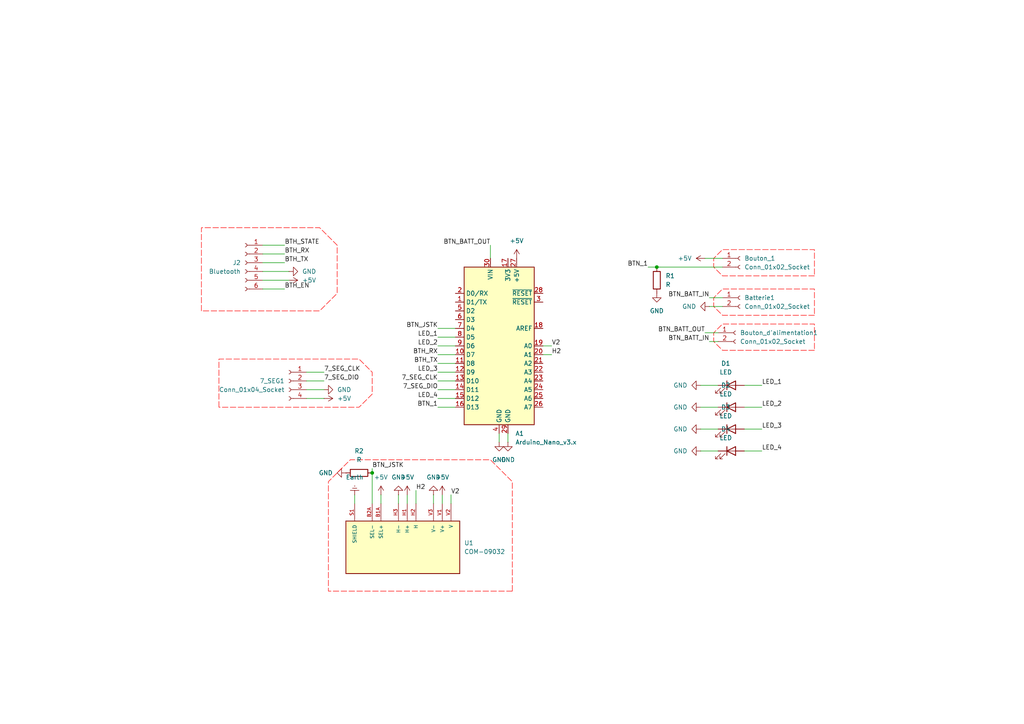
<source format=kicad_sch>
(kicad_sch (version 20250114) (generator "eeschema") (generator_version "9.0")
  (paper "A4")
  (lib_symbols
    (symbol "COM-09032:COM-09032" (pin_names (offset 1.016))
      (property "Reference" "U" (at -7.62 16.002 0))
      (property "Value" "COM-09032" (at -7.62 -20.32 0))
      (symbol "COM-09032_0_0"
        (rectangle (start -7.62 -17.78) (end 7.62 15.24) (stroke (width 0.254)) (fill (type background)))
        (pin passive line (at -12.7 12.7 0) (length 5.08) (name "V") (number "V2"))
        (pin passive line (at -12.7 10.16 0) (length 5.08) (name "V+") (number "V1"))
        (pin passive line (at -12.7 7.62 0) (length 5.08) (name "V-") (number "V3"))
        (pin passive line (at -12.7 2.54 0) (length 5.08) (name "H") (number "H2"))
        (pin passive line (at -12.7 0 0) (length 5.08) (name "H+") (number "H1"))
        (pin passive line (at -12.7 -2.54 0) (length 5.08) (name "H-") (number "H3"))
        (pin passive line (at -12.7 -7.62 0) (length 5.08) (name "SEL+") (number "B1A"))
        (pin passive line (at -12.7 -10.16 0) (length 5.08) (name "SEL-") (number "B2A"))
        (pin passive line (at -12.7 -15.24 0) (length 5.08) (name "SHIELD") (number "S1"))
        (pin passive line (at -12.7 -15.24 0) (length 5.08) (hide yes) (name "SHIELD") (number "S2"))
        (pin passive line (at -12.7 -15.24 0) (length 5.08) (hide yes) (name "SHIELD") (number "S3"))
        (pin passive line (at -12.7 -15.24 0) (length 5.08) (hide yes) (name "SHIELD") (number "S4"))
      )
    )
    (symbol "Connector:Conn_01x02_Socket" (pin_names (offset 1.016) (hide yes))
      (property "Reference" "J" (at 0 2.54 0))
      (property "Value" "Conn_01x02_Socket" (at 0 -5.08 0))
      (symbol "Conn_01x02_Socket_1_1"
        (polyline (pts (xy -1.27 0) (xy -0.508 0)) (stroke (width 0.1524)))
        (polyline (pts (xy -1.27 -2.54) (xy -0.508 -2.54)) (stroke (width 0.1524)))
        (arc (start 0 -0.508) (mid -0.5058 0) (end 0 0.508) (stroke (width 0.1524)))
        (arc (start 0 -3.048) (mid -0.5058 -2.54) (end 0 -2.032) (stroke (width 0.1524)))
        (pin passive line (at -5.08 0 0) (length 3.81) (name "Pin_1") (number "1"))
        (pin passive line (at -5.08 -2.54 0) (length 3.81) (name "Pin_2") (number "2"))
      )
    )
    (symbol "Connector:Conn_01x04_Socket" (pin_names (offset 1.016) (hide yes))
      (property "Reference" "J" (at 0 5.08 0))
      (property "Value" "Conn_01x04_Socket" (at 0 -7.62 0))
      (symbol "Conn_01x04_Socket_1_1"
        (polyline (pts (xy -1.27 2.54) (xy -0.508 2.54)) (stroke (width 0.1524)))
        (polyline (pts (xy -1.27 0) (xy -0.508 0)) (stroke (width 0.1524)))
        (polyline (pts (xy -1.27 -2.54) (xy -0.508 -2.54)) (stroke (width 0.1524)))
        (polyline (pts (xy -1.27 -5.08) (xy -0.508 -5.08)) (stroke (width 0.1524)))
        (arc (start 0 2.032) (mid -0.5058 2.54) (end 0 3.048) (stroke (width 0.1524)))
        (arc (start 0 -0.508) (mid -0.5058 0) (end 0 0.508) (stroke (width 0.1524)))
        (arc (start 0 -3.048) (mid -0.5058 -2.54) (end 0 -2.032) (stroke (width 0.1524)))
        (arc (start 0 -5.588) (mid -0.5058 -5.08) (end 0 -4.572) (stroke (width 0.1524)))
        (pin passive line (at -5.08 2.54 0) (length 3.81) (name "Pin_1") (number "1"))
        (pin passive line (at -5.08 0 0) (length 3.81) (name "Pin_2") (number "2"))
        (pin passive line (at -5.08 -2.54 0) (length 3.81) (name "Pin_3") (number "3"))
        (pin passive line (at -5.08 -5.08 0) (length 3.81) (name "Pin_4") (number "4"))
      )
    )
    (symbol "Connector:Conn_01x06_Socket" (pin_names (offset 1.016) (hide yes))
      (property "Reference" "J" (at 0 7.62 0))
      (property "Value" "Conn_01x06_Socket" (at 0 -10.16 0))
      (symbol "Conn_01x06_Socket_1_1"
        (polyline (pts (xy -1.27 5.08) (xy -0.508 5.08)) (stroke (width 0.1524)))
        (polyline (pts (xy -1.27 2.54) (xy -0.508 2.54)) (stroke (width 0.1524)))
        (polyline (pts (xy -1.27 0) (xy -0.508 0)) (stroke (width 0.1524)))
        (polyline (pts (xy -1.27 -2.54) (xy -0.508 -2.54)) (stroke (width 0.1524)))
        (polyline (pts (xy -1.27 -5.08) (xy -0.508 -5.08)) (stroke (width 0.1524)))
        (polyline (pts (xy -1.27 -7.62) (xy -0.508 -7.62)) (stroke (width 0.1524)))
        (arc (start 0 4.572) (mid -0.5058 5.08) (end 0 5.588) (stroke (width 0.1524)))
        (arc (start 0 2.032) (mid -0.5058 2.54) (end 0 3.048) (stroke (width 0.1524)))
        (arc (start 0 -0.508) (mid -0.5058 0) (end 0 0.508) (stroke (width 0.1524)))
        (arc (start 0 -3.048) (mid -0.5058 -2.54) (end 0 -2.032) (stroke (width 0.1524)))
        (arc (start 0 -5.588) (mid -0.5058 -5.08) (end 0 -4.572) (stroke (width 0.1524)))
        (arc (start 0 -8.128) (mid -0.5058 -7.62) (end 0 -7.112) (stroke (width 0.1524)))
        (pin passive line (at -5.08 5.08 0) (length 3.81) (name "Pin_1") (number "1"))
        (pin passive line (at -5.08 2.54 0) (length 3.81) (name "Pin_2") (number "2"))
        (pin passive line (at -5.08 0 0) (length 3.81) (name "Pin_3") (number "3"))
        (pin passive line (at -5.08 -2.54 0) (length 3.81) (name "Pin_4") (number "4"))
        (pin passive line (at -5.08 -5.08 0) (length 3.81) (name "Pin_5") (number "5"))
        (pin passive line (at -5.08 -7.62 0) (length 3.81) (name "Pin_6") (number "6"))
      )
    )
    (symbol "Device:LED" (pin_numbers (hide yes)) (pin_names (offset 1.016) (hide yes))
      (property "Reference" "D" (at 0 2.54 0))
      (property "Value" "LED" (at 0 -2.54 0))
      (symbol "LED_0_1"
        (polyline (pts (xy -3.048 -0.762) (xy -4.572 -2.286) (xy -3.81 -2.286) (xy -4.572 -2.286) (xy -4.572 -1.524)))
        (polyline (pts (xy -1.778 -0.762) (xy -3.302 -2.286) (xy -2.54 -2.286) (xy -3.302 -2.286) (xy -3.302 -1.524)))
        (polyline (pts (xy -1.27 0) (xy 1.27 0)))
        (polyline (pts (xy -1.27 -1.27) (xy -1.27 1.27)) (stroke (width 0.254)))
        (polyline (pts (xy 1.27 -1.27) (xy 1.27 1.27) (xy -1.27 0) (xy 1.27 -1.27)) (stroke (width 0.254)))
      )
      (symbol "LED_1_1"
        (pin passive line (at -3.81 0 0) (length 2.54) (name "K") (number "1"))
        (pin passive line (at 3.81 0 180) (length 2.54) (name "A") (number "2"))
      )
    )
    (symbol "Device:R" (pin_numbers (hide yes)) (pin_names (offset 0))
      (property "Reference" "R" (at 2.032 0 90))
      (property "Value" "R" (at 0 0 90))
      (symbol "R_0_1"
        (rectangle (start -1.016 -2.54) (end 1.016 2.54) (stroke (width 0.254)))
      )
      (symbol "R_1_1"
        (pin passive line (at 0 3.81 270) (length 1.27) (name "~") (number "1"))
        (pin passive line (at 0 -3.81 90) (length 1.27) (name "~") (number "2"))
      )
    )
    (symbol "LED_1" (pin_numbers (hide yes)) (pin_names (offset 1.016) (hide yes))
      (property "Reference" "D" (at 0 2.54 0))
      (property "Value" "LED" (at 0 -2.54 0))
      (symbol "LED_1_0_1"
        (polyline (pts (xy -3.048 -0.762) (xy -4.572 -2.286) (xy -3.81 -2.286) (xy -4.572 -2.286) (xy -4.572 -1.524)))
        (polyline (pts (xy -1.778 -0.762) (xy -3.302 -2.286) (xy -2.54 -2.286) (xy -3.302 -2.286) (xy -3.302 -1.524)))
        (polyline (pts (xy -1.27 0) (xy 1.27 0)))
        (polyline (pts (xy -1.27 -1.27) (xy -1.27 1.27)) (stroke (width 0.254)))
        (polyline (pts (xy 1.27 -1.27) (xy 1.27 1.27) (xy -1.27 0) (xy 1.27 -1.27)) (stroke (width 0.254)))
      )
      (symbol "LED_1_1_1"
        (pin passive line (at -3.81 0 0) (length 2.54) (name "K") (number "1"))
        (pin passive line (at 3.81 0 180) (length 2.54) (name "A") (number "2"))
      )
    )
    (symbol "MCU_Module:Arduino_Nano_v3.x"
      (property "Reference" "A" (at -10.16 23.495 0))
      (property "Value" "Arduino_Nano_v3.x" (at 5.08 -24.13 0))
      (symbol "Arduino_Nano_v3.x_0_1"
        (rectangle (start -10.16 22.86) (end 10.16 -22.86) (stroke (width 0.254)) (fill (type background)))
      )
      (symbol "Arduino_Nano_v3.x_1_1"
        (pin bidirectional line (at -12.7 15.24 0) (length 2.54) (name "D0/RX") (number "2"))
        (pin bidirectional line (at -12.7 12.7 0) (length 2.54) (name "D1/TX") (number "1"))
        (pin bidirectional line (at -12.7 10.16 0) (length 2.54) (name "D2") (number "5"))
        (pin bidirectional line (at -12.7 7.62 0) (length 2.54) (name "D3") (number "6"))
        (pin bidirectional line (at -12.7 5.08 0) (length 2.54) (name "D4") (number "7"))
        (pin bidirectional line (at -12.7 2.54 0) (length 2.54) (name "D5") (number "8"))
        (pin bidirectional line (at -12.7 0 0) (length 2.54) (name "D6") (number "9"))
        (pin bidirectional line (at -12.7 -2.54 0) (length 2.54) (name "D7") (number "10"))
        (pin bidirectional line (at -12.7 -5.08 0) (length 2.54) (name "D8") (number "11"))
        (pin bidirectional line (at -12.7 -7.62 0) (length 2.54) (name "D9") (number "12"))
        (pin bidirectional line (at -12.7 -10.16 0) (length 2.54) (name "D10") (number "13"))
        (pin bidirectional line (at -12.7 -12.7 0) (length 2.54) (name "D11") (number "14"))
        (pin bidirectional line (at -12.7 -15.24 0) (length 2.54) (name "D12") (number "15"))
        (pin bidirectional line (at -12.7 -17.78 0) (length 2.54) (name "D13") (number "16"))
        (pin power_in line (at -2.54 25.4 270) (length 2.54) (name "VIN") (number "30"))
        (pin power_in line (at 0 -25.4 90) (length 2.54) (name "GND") (number "4"))
        (pin power_out line (at 2.54 25.4 270) (length 2.54) (name "3V3") (number "17"))
        (pin power_in line (at 2.54 -25.4 90) (length 2.54) (name "GND") (number "29"))
        (pin power_out line (at 5.08 25.4 270) (length 2.54) (name "+5V") (number "27"))
        (pin input line (at 12.7 15.24 180) (length 2.54) (name "~{RESET}") (number "28"))
        (pin input line (at 12.7 12.7 180) (length 2.54) (name "~{RESET}") (number "3"))
        (pin input line (at 12.7 5.08 180) (length 2.54) (name "AREF") (number "18"))
        (pin bidirectional line (at 12.7 0 180) (length 2.54) (name "A0") (number "19"))
        (pin bidirectional line (at 12.7 -2.54 180) (length 2.54) (name "A1") (number "20"))
        (pin bidirectional line (at 12.7 -5.08 180) (length 2.54) (name "A2") (number "21"))
        (pin bidirectional line (at 12.7 -7.62 180) (length 2.54) (name "A3") (number "22"))
        (pin bidirectional line (at 12.7 -10.16 180) (length 2.54) (name "A4") (number "23"))
        (pin bidirectional line (at 12.7 -12.7 180) (length 2.54) (name "A5") (number "24"))
        (pin bidirectional line (at 12.7 -15.24 180) (length 2.54) (name "A6") (number "25"))
        (pin bidirectional line (at 12.7 -17.78 180) (length 2.54) (name "A7") (number "26"))
      )
    )
    (symbol "power:+5V" (power) (pin_numbers (hide yes)) (pin_names (offset 0) (hide yes))
      (property "Value" "+5V" (at 0 3.556 0))
      (symbol "+5V_0_1"
        (polyline (pts (xy -0.762 1.27) (xy 0 2.54)))
        (polyline (pts (xy 0 2.54) (xy 0.762 1.27)))
        (polyline (pts (xy 0 0) (xy 0 2.54)))
      )
      (symbol "+5V_1_1"
        (pin power_in line (at 0 0 90) (length 0) (name "~") (number "1"))
      )
    )
    (symbol "power:Earth" (power) (pin_numbers (hide yes)) (pin_names (offset 0) (hide yes))
      (property "Value" "Earth" (at 0 -3.81 0))
      (symbol "Earth_0_1"
        (polyline (pts (xy -0.635 -1.905) (xy 0.635 -1.905)))
        (polyline (pts (xy -0.127 -2.54) (xy 0.127 -2.54)))
        (polyline (pts (xy 0 -1.27) (xy 0 0)))
        (polyline (pts (xy 1.27 -1.27) (xy -1.27 -1.27)))
      )
      (symbol "Earth_1_1"
        (pin power_in line (at 0 0 270) (length 0) (name "~") (number "1"))
      )
    )
    (symbol "power:GND" (power) (pin_numbers (hide yes)) (pin_names (offset 0) (hide yes))
      (property "Value" "GND" (at 0 -3.81 0))
      (symbol "GND_0_1"
        (polyline (pts (xy 0 0) (xy 0 -1.27) (xy 1.27 -1.27) (xy 0 -2.54) (xy -1.27 -1.27) (xy 0 -1.27)))
      )
      (symbol "GND_1_1"
        (pin power_in line (at 0 0 270) (length 0) (name "~") (number "1"))
      )
    )
  )
  (junction (at 190.5 77.47))
  (junction (at 107.95 137.16))
  (wire (pts (xy 203.2 130.81) (xy 208.28 130.81)))
  (wire (pts (xy 215.9 118.11) (xy 220.98 118.11)))
  (wire (pts (xy 125.73 143.51) (xy 125.73 146.05)))
  (wire (pts (xy 107.95 135.89) (xy 107.95 137.16)))
  (wire (pts (xy 76.2 73.66) (xy 82.55 73.66)))
  (wire (pts (xy 88.9 113.03) (xy 93.98 113.03)))
  (wire (pts (xy 76.2 76.2) (xy 82.55 76.2)))
  (wire (pts (xy 127 102.87) (xy 132.08 102.87)))
  (wire (pts (xy 88.9 110.49) (xy 93.98 110.49)))
  (wire (pts (xy 127 115.57) (xy 132.08 115.57)))
  (wire (pts (xy 127 107.95) (xy 132.08 107.95)))
  (wire (pts (xy 88.9 107.95) (xy 93.98 107.95)))
  (wire (pts (xy 204.47 96.52) (xy 208.28 96.52)))
  (wire (pts (xy 190.5 77.47) (xy 209.55 77.47)))
  (wire (pts (xy 203.2 124.46) (xy 208.28 124.46)))
  (wire (pts (xy 127 95.25) (xy 132.08 95.25)))
  (wire (pts (xy 127 105.41) (xy 132.08 105.41)))
  (wire (pts (xy 128.27 143.51) (xy 128.27 146.05)))
  (wire (pts (xy 127 100.33) (xy 132.08 100.33)))
  (wire (pts (xy 144.78 125.73) (xy 144.78 128.27)))
  (wire (pts (xy 110.49 143.51) (xy 110.49 146.05)))
  (wire (pts (xy 102.87 143.51) (xy 102.87 146.05)))
  (wire (pts (xy 204.47 74.93) (xy 209.55 74.93)))
  (wire (pts (xy 118.11 143.51) (xy 118.11 146.05)))
  (wire (pts (xy 215.9 130.81) (xy 220.98 130.81)))
  (wire (pts (xy 127 113.03) (xy 132.08 113.03)))
  (wire (pts (xy 115.57 143.51) (xy 115.57 146.05)))
  (wire (pts (xy 127 118.11) (xy 132.08 118.11)))
  (wire (pts (xy 203.2 111.76) (xy 208.28 111.76)))
  (wire (pts (xy 76.2 83.82) (xy 82.55 83.82)))
  (wire (pts (xy 187.96 77.47) (xy 190.5 77.47)))
  (wire (pts (xy 147.32 125.73) (xy 147.32 128.27)))
  (wire (pts (xy 107.95 137.16) (xy 107.95 146.05)))
  (wire (pts (xy 120.65 142.24) (xy 120.65 146.05)))
  (wire (pts (xy 130.81 143.51) (xy 130.81 146.05)))
  (wire (pts (xy 157.48 100.33) (xy 160.02 100.33)))
  (wire (pts (xy 215.9 111.76) (xy 220.98 111.76)))
  (wire (pts (xy 127 97.79) (xy 132.08 97.79)))
  (wire (pts (xy 157.48 102.87) (xy 160.02 102.87)))
  (wire (pts (xy 205.74 86.36) (xy 209.55 86.36)))
  (wire (pts (xy 88.9 115.57) (xy 93.98 115.57)))
  (wire (pts (xy 76.2 81.28) (xy 83.82 81.28)))
  (wire (pts (xy 127 110.49) (xy 132.08 110.49)))
  (wire (pts (xy 203.2 118.11) (xy 208.28 118.11)))
  (wire (pts (xy 205.74 99.06) (xy 208.28 99.06)))
  (wire (pts (xy 215.9 124.46) (xy 220.98 124.46)))
  (wire (pts (xy 205.74 88.9) (xy 209.55 88.9)))
  (wire (pts (xy 142.24 71.12) (xy 142.24 74.93)))
  (wire (pts (xy 76.2 78.74) (xy 83.82 78.74)))
  (wire (pts (xy 76.2 71.12) (xy 82.55 71.12)))
  (label "BTN_BATT_OUT" (at 204.47 96.52 180))
  (label "LED_4" (at 220.98 130.81 0))
  (label "BTN_BATT_OUT" (at 142.24 71.12 180))
  (label "LED_4" (at 127 115.57 180))
  (label "H2" (at 160.02 102.87 0))
  (label "7_SEG_CLK" (at 93.98 107.95 0))
  (label "H2" (at 120.65 142.24 0))
  (label "LED_2" (at 127 100.33 180))
  (label "7_SEG_DIO" (at 127 113.03 180))
  (label "BTH_TX" (at 82.55 76.2 0))
  (label "LED_3" (at 220.98 124.46 0))
  (label "BTH_EN" (at 82.55 83.82 0))
  (label "BTN_1" (at 127 118.11 180))
  (label "V2" (at 130.81 143.51 0))
  (label "V2" (at 160.02 100.33 0))
  (label "BTH_RX" (at 127 102.87 180))
  (label "BTN_BATT_IN" (at 205.74 86.36 180))
  (label "BTH_STATE" (at 82.55 71.12 0))
  (label "BTN_JSTK" (at 107.95 135.89 0))
  (label "LED_3" (at 127 107.95 180))
  (label "LED_2" (at 220.98 118.11 0))
  (label "7_SEG_DIO" (at 93.98 110.49 0))
  (label "LED_1" (at 220.98 111.76 0))
  (label "BTN_JSTK" (at 127 95.25 180))
  (label "BTN_1" (at 187.96 77.47 180))
  (label "BTH_RX" (at 82.55 73.66 0))
  (label "" (at 107.95 137.16 0))
  (label "BTH_TX" (at 127 105.41 180))
  (label "BTN_BATT_IN" (at 205.74 99.06 180))
  (label "LED_1" (at 127 97.79 180))
  (label "7_SEG_CLK" (at 127 110.49 180))
  (rule_area (polyline (pts (xy 236.22 101.6) (xy 209.55 101.6) (xy 207.01 99.06) (xy 207.01 96.52) (xy 209.55 93.98) (xy 236.22 93.98)) (stroke (width 0) (type dash))))
  (rule_area (polyline (pts (xy 236.22 91.44) (xy 209.55 91.44) (xy 207.01 88.9) (xy 207.01 86.36) (xy 209.55 83.82) (xy 236.22 83.82)) (stroke (width 0) (type dash))))
  (rule_area (polyline (pts (xy 148.59 171.45) (xy 95.25 171.45) (xy 95.25 139.7) (xy 101.6 133.35) (xy 142.24 133.35) (xy 148.59 139.7)) (stroke (width 0) (type dash))))
  (rule_area (polyline (pts (xy 58.42 90.17) (xy 58.42 66.04) (xy 92.71 66.04) (xy 97.79 71.12) (xy 97.79 85.09) (xy 92.71 90.17)) (stroke (width 0) (type dash))))
  (rule_area (polyline (pts (xy 63.5 118.11) (xy 63.5 104.14) (xy 104.14 104.14) (xy 107.95 107.95) (xy 107.95 114.3) (xy 104.14 118.11)) (stroke (width 0) (type dash))))
  (rule_area (polyline (pts (xy 236.22 80.01) (xy 209.55 80.01) (xy 207.01 77.47) (xy 207.01 74.93) (xy 209.55 72.39) (xy 236.22 72.39)) (stroke (width 0) (type dash))))
  (symbol (lib_name "LED_1") (lib_id "Device:LED") (at 212.09 111.76 0) (unit 1)
    (property "Reference" "D1" (at 210.5025 105.41 0))
    (property "Value" "LED" (at 210.5025 107.95 0))
    (property "Footprint" "LED_THT:LED_D5.0mm_Clear" (effects (hide yes)))
    (property "Description" "Light emitting diode" (effects (hide yes)))
    (property "Sim.Pins" "1=K 2=A" (effects (hide yes)))
  )
  (symbol (lib_id "MCU_Module:Arduino_Nano_v3.x") (at 144.78 100.33 0) (unit 1)
    (property "Reference" "A1" (at 149.4633 125.73 0) (effects (justify left)))
    (property "Value" "Arduino_Nano_v3.x" (at 149.4633 128.27 0) (effects (justify left)))
    (property "Footprint" "Module:Arduino_Nano" (effects (hide yes)))
    (property "Datasheet" "http://www.mouser.com/pdfdocs/Gravitech_Arduino_Nano3_0.pdf" (effects (hide yes)))
    (property "Description" "Arduino Nano v3.x" (effects (hide yes)))
  )
  (symbol (lib_id "Connector:Conn_01x06_Socket") (at 71.12 76.2 0) (mirror y) (unit 1)
    (property "Reference" "J2" (at 69.85 76.1999 0) (effects (justify left)))
    (property "Value" "Bluetooth" (at 69.85 78.7399 0) (effects (justify left)))
    (property "Footprint" "Connector_PinSocket_2.54mm:PinSocket_1x06_P2.54mm_Horizontal" (effects (hide yes)))
    (property "Description" "Generic connector, single row, 01x06, script generated" (effects (hide yes)))
  )
  (symbol (lib_id "power:GND") (at 203.2 124.46 270) (unit 1)
    (property "Reference" "#PWR016" (effects (hide yes)))
    (property "Value" "GND" (at 199.39 124.4599 90) (effects (justify right)))
    (property "Description" "Power symbol creates a global label with name \"GND\" , ground" (effects (hide yes)))
  )
  (symbol (lib_id "power:GND") (at 100.33 137.16 270) (unit 1)
    (property "Reference" "#PWR019" (effects (hide yes)))
    (property "Value" "GND" (at 96.52 137.1599 90) (effects (justify right)))
    (property "Description" "Power symbol creates a global label with name \"GND\" , ground" (effects (hide yes)))
  )
  (symbol (lib_id "power:+5V") (at 128.27 143.51 0) (unit 1)
    (property "Reference" "#PWR03" (effects (hide yes)))
    (property "Value" "+5V" (at 128.27 138.43 0))
    (property "Description" "Power symbol creates a global label with name \"+5V\"" (effects (hide yes)))
  )
  (symbol (lib_id "power:GND") (at 147.32 128.27 0) (unit 1)
    (property "Reference" "#PWR021" (effects (hide yes)))
    (property "Value" "GND" (at 147.32 133.35 0))
    (property "Description" "Power symbol creates a global label with name \"GND\" , ground" (effects (hide yes)))
  )
  (symbol (lib_id "power:+5V") (at 93.98 115.57 270) (unit 1)
    (property "Reference" "#PWR09" (effects (hide yes)))
    (property "Value" "+5V" (at 97.79 115.5699 90) (effects (justify left)))
    (property "Description" "Power symbol creates a global label with name \"+5V\"" (effects (hide yes)))
  )
  (symbol (lib_id "Connector:Conn_01x02_Socket") (at 214.63 86.36 0) (unit 1)
    (property "Reference" "Batterie1" (at 215.9 86.3599 0) (effects (justify left)))
    (property "Value" "Conn_01x02_Socket" (at 215.9 88.8999 0) (effects (justify left)))
    (property "Footprint" "Connector_JST:JST_XH_B2B-XH-A_1x02_P2.50mm_Vertical" (effects (hide yes)))
    (property "Description" "Generic connector, single row, 01x02, script generated" (effects (hide yes)))
  )
  (symbol (lib_id "power:GND") (at 203.2 130.81 270) (unit 1)
    (property "Reference" "#PWR017" (effects (hide yes)))
    (property "Value" "GND" (at 199.39 130.8099 90) (effects (justify right)))
    (property "Description" "Power symbol creates a global label with name \"GND\" , ground" (effects (hide yes)))
  )
  (symbol (lib_id "Connector:Conn_01x04_Socket") (at 83.82 110.49 0) (mirror y) (unit 1)
    (property "Reference" "7_SEG1" (at 82.55 110.4899 0) (effects (justify left)))
    (property "Value" "Conn_01x04_Socket" (at 82.55 113.0299 0) (effects (justify left)))
    (property "Footprint" "Connector_PinSocket_2.54mm:PinSocket_1x04_P2.54mm_Vertical" (effects (hide yes)))
    (property "Description" "Generic connector, single row, 01x04, script generated" (effects (hide yes)))
  )
  (symbol (lib_id "power:+5V") (at 149.86 74.93 0) (unit 1)
    (property "Reference" "#PWR020" (effects (hide yes)))
    (property "Value" "+5V" (at 149.86 69.85 0))
    (property "Description" "Power symbol creates a global label with name \"+5V\"" (effects (hide yes)))
  )
  (symbol (lib_id "Connector:Conn_01x02_Socket") (at 214.63 74.93 0) (unit 1)
    (property "Reference" "Bouton_1" (at 215.9 74.9299 0) (effects (justify left)))
    (property "Value" "Conn_01x02_Socket" (at 215.9 77.4699 0) (effects (justify left)))
    (property "Footprint" "Connector_JST:JST_XH_B2B-XH-A_1x02_P2.50mm_Vertical" (effects (hide yes)))
    (property "Description" "Generic connector, single row, 01x02, script generated" (effects (hide yes)))
  )
  (symbol (lib_id "power:+5V") (at 110.49 143.51 0) (unit 1)
    (property "Reference" "#PWR01" (effects (hide yes)))
    (property "Value" "+5V" (at 110.49 138.43 0))
    (property "Description" "Power symbol creates a global label with name \"+5V\"" (effects (hide yes)))
  )
  (symbol (lib_id "power:GND") (at 190.5 85.09 0) (unit 1)
    (property "Reference" "#PWR018" (effects (hide yes)))
    (property "Value" "GND" (at 190.5 90.17 0))
    (property "Description" "Power symbol creates a global label with name \"GND\" , ground" (effects (hide yes)))
  )
  (symbol (lib_id "power:Earth") (at 102.87 143.51 180) (unit 1)
    (property "Reference" "#PWR06" (effects (hide yes)))
    (property "Value" "Earth" (at 102.87 138.43 0))
    (property "Description" "Power symbol creates a global label with name \"Earth\"" (effects (hide yes)))
  )
  (symbol (lib_id "Connector:Conn_01x02_Socket") (at 213.36 96.52 0) (unit 1)
    (property "Reference" "Bouton_d'alimentation1" (at 214.63 96.5199 0) (effects (justify left)))
    (property "Value" "Conn_01x02_Socket" (at 214.63 99.0599 0) (effects (justify left)))
    (property "Footprint" "Connector_JST:JST_XH_B2B-XH-A_1x02_P2.50mm_Vertical" (effects (hide yes)))
    (property "Description" "Generic connector, single row, 01x02, script generated" (effects (hide yes)))
  )
  (symbol (lib_id "Device:R") (at 104.14 137.16 90) (unit 1)
    (property "Reference" "R2" (at 104.14 130.81 90))
    (property "Value" "R" (at 104.14 133.35 90))
    (property "Footprint" "Resistor_THT:R_Axial_DIN0207_L6.3mm_D2.5mm_P10.16mm_Horizontal" (effects (hide yes)))
    (property "Description" "Resistor" (effects (hide yes)))
  )
  (symbol (lib_id "power:GND") (at 83.82 78.74 90) (unit 1)
    (property "Reference" "#PWR07" (effects (hide yes)))
    (property "Value" "GND" (at 87.63 78.7399 90) (effects (justify right)))
    (property "Description" "Power symbol creates a global label with name \"GND\" , ground" (effects (hide yes)))
  )
  (symbol (lib_id "Device:LED") (at 212.09 118.11 0) (unit 1)
    (property "Reference" "D2" (at 210.5025 111.76 0))
    (property "Value" "LED" (at 210.5025 114.3 0))
    (property "Footprint" "LED_THT:LED_D5.0mm_Clear" (effects (hide yes)))
    (property "Description" "Light emitting diode" (effects (hide yes)))
    (property "Sim.Pins" "1=K 2=A" (effects (hide yes)))
  )
  (symbol (lib_id "power:GND") (at 205.74 88.9 270) (unit 1)
    (property "Reference" "#PWR011" (effects (hide yes)))
    (property "Value" "GND" (at 201.93 88.8999 90) (effects (justify right)))
    (property "Description" "Power symbol creates a global label with name \"GND\" , ground" (effects (hide yes)))
  )
  (symbol (lib_id "power:GND") (at 203.2 111.76 270) (unit 1)
    (property "Reference" "#PWR014" (effects (hide yes)))
    (property "Value" "GND" (at 199.39 111.7599 90) (effects (justify right)))
    (property "Description" "Power symbol creates a global label with name \"GND\" , ground" (effects (hide yes)))
  )
  (symbol (lib_id "power:+5V") (at 83.82 81.28 270) (unit 1)
    (property "Reference" "#PWR08" (effects (hide yes)))
    (property "Value" "+5V" (at 87.63 81.2799 90) (effects (justify left)))
    (property "Description" "Power symbol creates a global label with name \"+5V\"" (effects (hide yes)))
  )
  (symbol (lib_id "COM-09032:COM-09032") (at 118.11 158.75 270) (unit 1)
    (property "Reference" "U1" (at 134.62 157.4799 90) (effects (justify left)))
    (property "Value" "COM-09032" (at 134.62 160.0199 90) (effects (justify left)))
    (property "Footprint" "COM-09032:XDCR_COM-09032" (effects (hide yes)))
    (property "MF" "SparkFun Electronics" (effects (hide yes)))
    (property "MAXIMUM_PACKAGE_HEIGHT" "30.1mm" (effects (hide yes)))
    (property "Package" "Package" (effects (hide yes)))
    (property "Price" "None" (effects (hide yes)))
    (property "Check_prices" "https://www.snapeda.com/parts/COM-09032/SparkFun/view-part/?ref=eda" (effects (hide yes)))
    (property "STANDARD" "Manufacturer Recommendations" (effects (hide yes)))
    (property "PARTREV" "N/A" (effects (hide yes)))
    (property "SnapEDA_Link" "https://www.snapeda.com/parts/COM-09032/SparkFun/view-part/?ref=snap" (effects (hide yes)))
    (property "MP" "COM-09032" (effects (hide yes)))
    (property "Purchase-URL" "https://www.snapeda.com/api/url_track_click_mouser/?unipart_id=888157&manufacturer=SparkFun Electronics&part_name=COM-09032&search_term=com-09032" (effects (hide yes)))
    (property "Description_1" "Joystick, 2 - Axis Analog (Resistive) Output" (effects (hide yes)))
    (property "Availability" "Not in stock" (effects (hide yes)))
    (property "MANUFACTURER" "SparkFun Electronics" (effects (hide yes)))
  )
  (symbol (lib_id "power:GND") (at 93.98 113.03 90) (unit 1)
    (property "Reference" "#PWR010" (effects (hide yes)))
    (property "Value" "GND" (at 97.79 113.0299 90) (effects (justify right)))
    (property "Description" "Power symbol creates a global label with name \"GND\" , ground" (effects (hide yes)))
  )
  (symbol (lib_id "power:GND") (at 115.57 143.51 180) (unit 1)
    (property "Reference" "#PWR04" (effects (hide yes)))
    (property "Value" "GND" (at 115.57 138.43 0))
    (property "Description" "Power symbol creates a global label with name \"GND\" , ground" (effects (hide yes)))
  )
  (symbol (lib_id "power:GND") (at 125.73 143.51 180) (unit 1)
    (property "Reference" "#PWR02" (effects (hide yes)))
    (property "Value" "GND" (at 125.73 138.43 0))
    (property "Description" "Power symbol creates a global label with name \"GND\" , ground" (effects (hide yes)))
  )
  (symbol (lib_id "power:+5V") (at 204.47 74.93 90) (unit 1)
    (property "Reference" "#PWR013" (effects (hide yes)))
    (property "Value" "+5V" (at 200.66 74.9299 90) (effects (justify left)))
    (property "Description" "Power symbol creates a global label with name \"+5V\"" (effects (hide yes)))
  )
  (symbol (lib_id "Device:LED") (at 212.09 130.81 0) (unit 1)
    (property "Reference" "D4" (at 210.5025 124.46 0))
    (property "Value" "LED" (at 210.5025 127 0))
    (property "Footprint" "LED_THT:LED_D5.0mm_Clear" (effects (hide yes)))
    (property "Description" "Light emitting diode" (effects (hide yes)))
    (property "Sim.Pins" "1=K 2=A" (effects (hide yes)))
  )
  (symbol (lib_id "Device:R") (at 190.5 81.28 0) (unit 1)
    (property "Reference" "R1" (at 193.04 80.0099 0) (effects (justify left)))
    (property "Value" "R" (at 193.04 82.5499 0) (effects (justify left)))
    (property "Footprint" "Resistor_THT:R_Axial_DIN0207_L6.3mm_D2.5mm_P10.16mm_Horizontal" (effects (hide yes)))
    (property "Description" "Resistor" (effects (hide yes)))
  )
  (symbol (lib_id "Device:LED") (at 212.09 124.46 0) (unit 1)
    (property "Reference" "D3" (at 210.5025 118.11 0))
    (property "Value" "LED" (at 210.5025 120.65 0))
    (property "Footprint" "LED_THT:LED_D5.0mm_Clear" (effects (hide yes)))
    (property "Description" "Light emitting diode" (effects (hide yes)))
    (property "Sim.Pins" "1=K 2=A" (effects (hide yes)))
  )
  (symbol (lib_id "power:+5V") (at 118.11 143.51 0) (unit 1)
    (property "Reference" "#PWR05" (effects (hide yes)))
    (property "Value" "+5V" (at 118.11 138.43 0))
    (property "Description" "Power symbol creates a global label with name \"+5V\"" (effects (hide yes)))
  )
  (symbol (lib_id "power:GND") (at 144.78 128.27 0) (unit 1)
    (property "Reference" "#PWR012" (effects (hide yes)))
    (property "Value" "GND" (at 144.78 133.35 0))
    (property "Description" "Power symbol creates a global label with name \"GND\" , ground" (effects (hide yes)))
  )
  (symbol (lib_id "power:GND") (at 203.2 118.11 270) (unit 1)
    (property "Reference" "#PWR015" (effects (hide yes)))
    (property "Value" "GND" (at 199.39 118.1099 90) (effects (justify right)))
    (property "Description" "Power symbol creates a global label with name \"GND\" , ground" (effects (hide yes)))
  )
)
</source>
